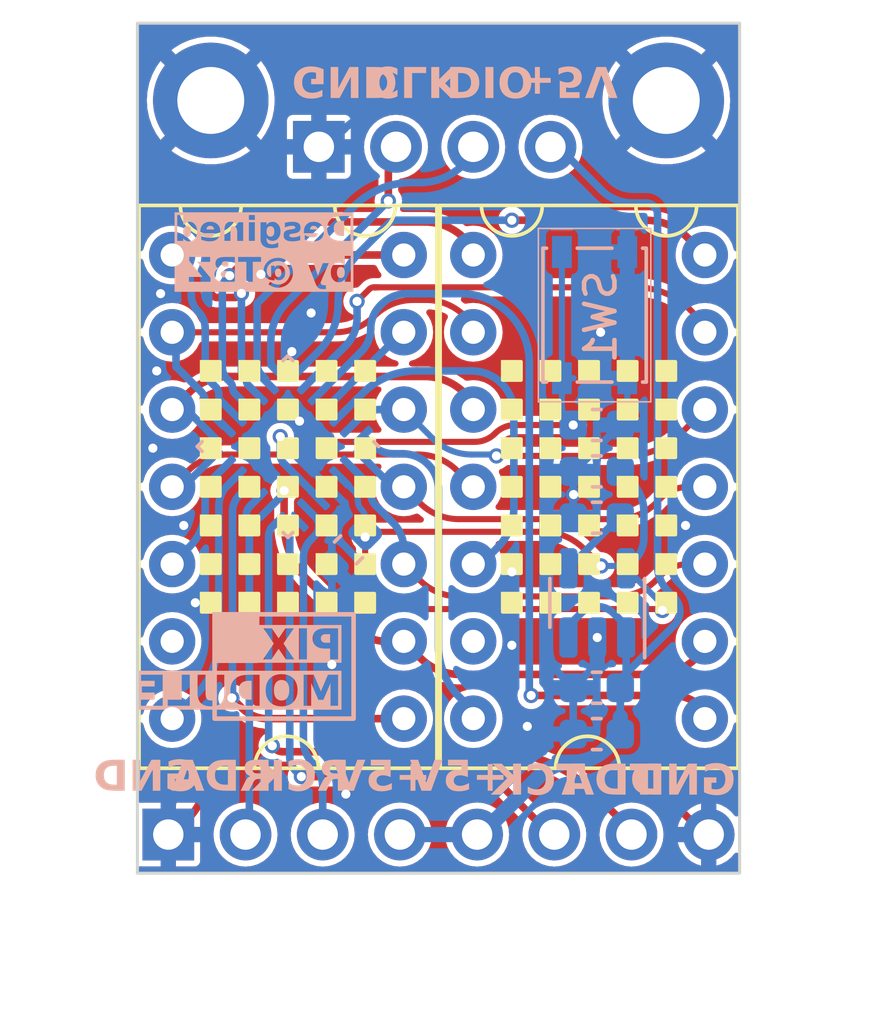
<source format=kicad_pcb>
(kicad_pcb (version 20221018) (generator pcbnew)
  (layers (0 "F.Cu" signal) (31 "B.Cu" signal) (34 "B.Paste" user) (35 "F.Paste" user) (36 "B.SilkS" user "B.Silkscreen") (37 "F.SilkS" user "F.Silkscreen") (38 "B.Mask" user) (39 "F.Mask" user) (44 "Edge.Cuts" user))
  (net 0 "")
  (net 1 "/NRST")
  (net 2 "GND")
  (net 3 "+5V")
  (net 4 "Net-(U5-BP)")
  (net 5 "+3V3")
  (net 6 "/SYS.SWCLK")
  (net 7 "/SYS.SWDIO")
  (net 8 "/receive_sda")
  (net 9 "/receive_clk")
  (net 10 "/transmit_sda")
  (net 11 "/transmit_clk")
  (net 12 "/LTP1.C1")
  (net 13 "/LTP1.C2")
  (net 14 "/R1")
  (net 15 "/R2")
  (net 16 "/R3")
  (net 17 "/R4")
  (net 18 "/LTP1.C3")
  (net 19 "/LTP1.C4")
  (net 20 "/R5")
  (net 21 "/LTP2_POINT")
  (net 22 "/R6")
  (net 23 "/R7")
  (net 24 "/LTP1_POINT")
  (net 25 "/LTP1.C5")
  (net 26 "/LTP2.C1")
  (net 27 "/LTP2.C2")
  (net 28 "/LTP2.C3")
  (net 29 "/LTP2.C4")
  (net 30 "/LTP2.C5")
  (footprint "MountingHole:MountingHole_2.2mm_M2_DIN965_Pad" (layer "F.Cu") (at 160.02 96.52)
    (fp_text reference "H4" hide)
    (fp_text value "MountingHole_Pad")
  )
  (footprint "MountingHole:MountingHole_2.2mm_M2_DIN965_Pad" (layer "F.Cu") (at 175.006 96.52)
    (fp_text reference "H3" hide)
    (fp_text value "MountingHole_Pad")
  )
  (footprint "my_footprint:LTP-305" (layer "F.Cu") (at 162.56 109.22)
    (fp_text reference "U2" hide)
    (fp_text value "~")
  )
  (footprint "my_footprint:LTP-305" (layer "F.Cu") (at 172.466 109.22)
    (fp_text reference "U3" hide)
    (fp_text value "~")
  )
  (footprint "Connector_PinHeader_2.54mm:PinHeader_1x04_P2.54mm_Vertical" (layer "F.Cu") (at 163.576 98.044 90)
    (fp_text reference "J1" hide)
    (fp_text value "Conn_01x04_Pin")
  )
  (footprint "Connector_PinHeader_2.54mm:PinHeader_1x08_P2.54mm_Vertical" (layer "F.Cu") (at 158.623 120.65 90)
    (fp_text reference "J4" hide)
    (fp_text value "Conn_01x08_Pin")
  )
  (footprint "Capacitor_SMD:C_0603_1608Metric" (layer "B.Cu") (at 172.72 117.348 180)
    (fp_text reference "C12" hide)
    (fp_text value "0.1uF")
  )
  (footprint "Package_TO_SOT_SMD:SOT-23-5" (layer "B.Cu") (at 172.736 113.035 90)
    (fp_text reference "U5" hide)
    (fp_text value "RT9193-33GB")
  )
  (footprint "Capacitor_SMD:C_0603_1608Metric" (layer "B.Cu") (at 172.72 108.712)
    (fp_text reference "C14" hide)
    (fp_text value "4.7uF")
  )
  (footprint "my_footprint:KEY-SMD_4P-L4.2-W3.4-P2.15-LS4.5-TL" (layer "B.Cu") (at 172.72 103.632 -90)
    (fp_text reference "SW1")
    (fp_text value "SW_Push")
  )
  (footprint "Package_DFN_QFN:QFN-28_4x4mm_P0.5mm" (layer "B.Cu") (at 162.559534 107.895573 135)
    (fp_text reference "U1" hide)
    (fp_text value "STM32G031G8Ux")
  )
  (footprint "Capacitor_SMD:C_0603_1608Metric" (layer "B.Cu") (at 172.72 110.236 180)
    (fp_text reference "C13" hide)
    (fp_text value "22nF")
  )
  (footprint "Capacitor_SMD:C_0603_1608Metric" (layer "B.Cu") (at 172.72 107.188 180)
    (fp_text reference "C2" hide)
    (fp_text value "C")
  )
  (footprint "Capacitor_SMD:C_0603_1608Metric" (layer "B.Cu") (at 172.72 115.824 180)
    (fp_text reference "C11" hide)
    (fp_text value "4.7uF")
  )
  (footprint "Capacitor_SMD:C_0603_1608Metric" (layer "B.Cu") (at 164.551992 111.292008 -135)
    (fp_text reference "C3" hide)
    (fp_text value "0.1uF")
  )
  (gr_rect (start 160.147 113.411) (end 161.544 114.935) (stroke (width 0.15)) (fill solid) (layer "B.SilkS"))
  (gr_rect (start 160.147 113.411) (end 164.719 116.84) (stroke (width 0.15)) (fill none) (layer "B.SilkS"))
  (gr_rect (start 157.607 93.98) (end 177.419 121.92) (stroke (width 0.1)) (fill none) (layer "Edge.Cuts"))
  (gr_text "CLK" (at 165.227 95.25 180) (layer "B.SilkS") (effects (font (size 1 1) (thickness 0.2) bold) (justify left bottom mirror)))
  (gr_text "+5V" (at 170.18 95.25 180) (layer "B.SilkS") (effects (font (size 1 1) (thickness 0.2) bold) (justify left bottom mirror)))
  (gr_text "+5V" (at 167.259 119.38) (layer "B.SilkS") (effects (font (size 1 1) (thickness 0.2) bold) (justify left bottom mirror)))
  (gr_text "TCK" (at 172.339 119.507) (layer "B.SilkS") (effects (font (size 1 1) (thickness 0.2) bold) (justify left bottom mirror)))
  (gr_text "GND" (at 177.292 119.507) (layer "B.SilkS") (effects (font (size 1 1) (thickness 0.2) bold) (justify left bottom mirror)))
  (gr_text "PIXIE" (at 164.338 115.062) (layer "B.SilkS" knockout) (effects (font (size 1 1) (thickness 0.2) bold) (justify left bottom mirror)))
  (gr_text "+5V" (at 169.799 119.38) (layer "B.SilkS") (effects (font (size 1 1) (thickness 0.2) bold) (justify left bottom mirror)))
  (gr_text "RCK" (at 164.592 119.38) (layer "B.SilkS") (effects (font (size 1 1) (thickness 0.2) bold) (justify left bottom mirror)))
  (gr_text "Desgined\nby @TBZ" (at 164.719 102.616) (layer "B.SilkS" knockout) (effects (font (size 0.8 0.8) (thickness 0.125) bold) (justify left bottom mirror)))
  (gr_text "MODULE" (at 164.338 116.586) (layer "B.SilkS" knockout) (effects (font (size 1 1) (thickness 0.2) bold) (justify left bottom mirror)))
  (gr_text "GND" (at 162.687 95.25 180) (layer "B.SilkS") (effects (font (size 1 1) (thickness 0.2) bold) (justify left bottom mirror)))
  (gr_text "RDA" (at 162.052 119.38) (layer "B.SilkS") (effects (font (size 1 1) (thickness 0.2) bold) (justify left bottom mirror)))
  (gr_text "TDA" (at 174.752 119.507) (layer "B.SilkS") (effects (font (size 1 1) (thickness 0.2) bold) (justify left bottom mirror)))
  (gr_text "DIO" (at 167.767 95.25 180) (layer "B.SilkS") (effects (font (size 1 1) (thickness 0.2) bold) (justify left bottom mirror)))
  (gr_text "GND" (at 159.639 119.38) (layer "B.SilkS") (effects (font (size 1 1) (thickness 0.2) bold) (justify left bottom mirror)))
  (segment (start 170.041632 107.188) (end 171.945002 107.188) (width 0.2) (layer "F.Cu") (net 1))
  (segment (start 162.601329 107.742) (end 168.704157 107.742) (width 0.2) (layer "F.Cu") (net 1))
  (segment (start 162.3925 107.6555) (end 162.306 107.569) (width 0.2) (layer "F.Cu") (net 1))
  (via (at 162.306 107.569) (size 0.5) (drill 0.3) (layers "F.Cu" "B.Cu") (net 1))
  (via (at 171.945002 107.188) (size 0.5) (drill 0.3) (layers "F.Cu" "B.Cu") (net 1))
  (arc (start 162.3925 107.6555) (mid 162.488311 107.719519) (end 162.601329 107.742) (width 0.2) (layer "F.Cu") (net 1))
  (arc (start 170.041632 107.188) (mid 169.679714 107.259989) (end 169.372895 107.465) (width 0.2) (layer "F.Cu") (net 1))
  (arc (start 169.372895 107.465) (mid 169.066075 107.67001) (end 168.704157 107.742) (width 0.2) (layer "F.Cu") (net 1))
  (segment (start 162.433 108.458) (end 162.687 108.712) (width 0.25) (layer "B.Cu") (net 1))
  (segment (start 162.306 108.151394) (end 162.306 107.569) (width 0.25) (layer "B.Cu") (net 1))
  (segment (start 171.759001 107.001999) (end 171.945002 107.188) (width 0.2) (layer "B.Cu") (net 1))
  (segment (start 163.576 109.610073) (end 163.576 109.619146) (width 0.25) (layer "B.Cu") (net 1))
  (segment (start 171.573 105.651) (end 171.573 106.552952) (width 0.2) (layer "B.Cu") (net 1))
  (segment (start 162.687 108.712) (end 163.569584 109.594584) (width 0.25) (layer "B.Cu") (net 1))
  (segment (start 171.573 105.651) (end 171.573 101.501) (width 0.2) (layer "B.Cu") (net 1))
  (segment (start 171.573 105.651) (end 171.958 105.651) (width 0.2) (layer "B.Cu") (net 1))
  (arc (start 162.306 108.151394) (mid 162.339006 108.317328) (end 162.433 108.458) (width 0.25) (layer "B.Cu") (net 1))
  (arc (start 163.569584 109.594584) (mid 163.574332 109.60169) (end 163.576 109.610073) (width 0.25) (layer "B.Cu") (net 1))
  (arc (start 171.573 106.552952) (mid 171.62134 106.795974) (end 171.759001 107.001999) (width 0.2) (layer "B.Cu") (net 1))
  (segment (start 173.489703 112.260296) (end 174.3075 111.4425) (width 0.25) (layer "F.Cu") (net 2))
  (segment (start 172.7835 112.395) (end 170.576407 112.395) (width 0.25) (layer "F.Cu") (net 2))
  (segment (start 172.736 114.1725) (end 170.360458 114.1725) (width 0.25) (layer "F.Cu") (net 2))
  (segment (start 159.131 110.49) (end 159.484 110.843) (width 0.25) (layer "F.Cu") (net 2))
  (segment (start 163.1315 103.505) (end 163.322 103.505) (width 0.25) (layer "F.Cu") (net 2))
  (segment (start 159.837 112.47519) (end 159.837 111.695217) (width 0.25) (layer "F.Cu") (net 2))
  (segment (start 162.941 107.061) (end 162.9075 107.0275) (width 0.25) (layer "F.Cu") (net 2))
  (segment (start 175.4505 110.49) (end 175.641 110.49) (width 0.25) (layer "F.Cu") (net 2))
  (segment (start 170.1165 112.2045) (end 169.926 112.014) (width 0.25) (layer "F.Cu") (net 2))
  (segment (start 174.9425 110.8075) (end 174.3075 111.4425) (width 0.25) (layer "F.Cu") (net 2))
  (segment (start 159.33475 105.092499) (end 159.291343 105.135907) (width 0.25) (layer "F.Cu") (net 2))
  (segment (start 158.115 107.95) (end 158.566125 107.95) (width 0.25) (layer "F.Cu") (net 2))
  (segment (start 171.577 117.094) (end 170.434 117.094) (width 0.25) (layer "F.Cu") (net 2))
  (segment (start 159.837 118.794374) (end 159.837 115.92921) (width 0.25) (layer "F.Cu") (net 2))
  (segment (start 160.70421 115.062) (end 164.003984 115.062) (width 0.25) (layer "F.Cu") (net 2))
  (segment (start 162.806296 103.370296) (end 161.671 102.235) (width 0.25) (layer "F.Cu") (net 2))
  (segment (start 159.143488 119.3195) (end 164.465 119.3195) (width 0.25) (layer "F.Cu") (net 2))
  (segment (start 160.101263 103.505) (end 163.322 103.505) (width 0.25) (layer "F.Cu") (net 2))
  (segment (start 162.687 104.775) (end 160.101263 104.775) (width 0.25) (layer "F.Cu") (net 2))
  (segment (start 159.246442 103.099191) (end 159.334751 103.1875) (width 0.25) (layer "F.Cu") (net 2))
  (segment (start 159.49525 107.471999) (end 159.336244 107.631006) (width 0.25) (layer "F.Cu") (net 2))
  (segment (start 158.75 120.65) (end 158.75 119.712988) (width 0.25) (layer "F.Cu") (net 2))
  (segment (start 169.926 114.427) (end 170.05325 114.29975) (width 0.25) (layer "F.Cu") (net 2))
  (segment (start 158.242 105.41) (end 158.629625 105.41) (width 0.25) (layer "F.Cu") (net 2))
  (segment (start 158.693125 102.87) (end 158.369 102.87) (width 0.25) (layer "F.Cu") (net 2))
  (segment (start 173.1645 112.395) (end 172.7835 112.395) (width 0.25) (layer "F.Cu") (net 2))
  (segment (start 159.6745 112.8675) (end 159.512 113.03) (width 0.25) (layer "F.Cu") (net 2))
  (segment (start 159.2935 120.1065) (end 158.75 120.65) (width 0.25) (layer "F.Cu") (net 2))
  (segment (start 175.125296 110.624703) (end 174.9425 110.8075) (width 0.25) (layer "F.Cu") (net 2))
  (segment (start 173.528223 117.902223) (end 176.276 120.65) (width 0.25) (layer "F.Cu") (net 2))
  (segment (start 160.649245 106.994) (end 162.826623 106.994) (width 0.25) (layer "F.Cu") (net 2))
  (via (at 159.512 113.03) (size 0.5) (drill 0.3) (layers "F.Cu" "B.Cu") (net 2))
  (via (at 170.434 117.094) (size 0.5) (drill 0.3) (layers "F.Cu" "B.Cu") (net 2))
  (via (at 169.926 114.427) (size 0.5) (drill 0.3) (layers "F.Cu" "B.Cu") (net 2))
  (via (at 162.941 107.061) (size 0.5) (drill 0.3) (layers "F.Cu" "B.Cu") (net 2))
  (via (at 163.322 103.505) (size 0.5) (drill 0.3) (layers "F.Cu" "B.Cu") (net 2))
  (via (at 158.242 105.41) (size 0.5) (drill 0.3) (layers "F.Cu" "B.Cu") (net 2))
  (via (at 162.687 104.775) (size 0.5) (drill 0.3) (layers "F.Cu" "B.Cu") (net 2))
  (via (at 161.671 102.235) (size 0.5) (drill 0.3) (layers "F.Cu" "B.Cu") (net 2))
  (via (at 164.003984 115.062) (size 0.5) (drill 0.3) (layers "F.Cu" "B.Cu") (net 2))
  (via (at 158.369 102.87) (size 0.5) (drill 0.3) (layers "F.Cu" "B.Cu") (net 2))
  (via (at 158.115 107.95) (size 0.5) (drill 0.3) (layers "F.Cu" "B.Cu") (net 2))
  (via (at 159.131 110.49) (size 0.5) (drill 0.3) (layers "F.Cu" "B.Cu") (net 2))
  (via (at 175.641 110.49) (size 0.5) (drill 0.3) (layers "F.Cu" "B.Cu") (net 2))
  (via (at 172.847 104.14) (size 0.5) (drill 0.3) (layers "F.Cu" "B.Cu") (net 2))
  (via (at 169.926 112.014) (size 0.5) (drill 0.3) (layers "F.Cu" "B.Cu") (net 2))
  (via (at 164.465 119.3195) (size 0.5) (drill 0.3) (layers "F.Cu" "B.Cu") (net 2))
  (via (at 172.736 114.1725) (size 0.5) (drill 0.3) (layers "F.Cu" "B.Cu") (net 2))
  (via (at 171.958 109.474) (size 0.5) (drill 0.3) (layers "F.Cu" "B.Cu") (net 2))
  (arc (start 159.336244 107.631006) (mid 158.98291 107.867096) (end 158.566125 107.95) (width 0.25) (layer "F.Cu") (net 2))
  (arc (start 159.291343 105.135907) (mid 158.987744 105.338765) (end 158.629625 105.41) (width 0.25) (layer "F.Cu") (net 2))
  (arc (start 159.334751 103.1875) (mid 159.686429 103.422484) (end 160.101263 103.505) (width 0.25) (layer "F.Cu") (net 2))
  (arc (start 159.246442 103.099191) (mid 158.992578 102.929564) (end 158.693125 102.87) (width 0.25) (layer "F.Cu") (net 2))
  (arc (start 173.489703 112.260296) (mid 173.340498 112.359991) (end 173.1645 112.395) (width 0.25) (layer "F.Cu") (net 2))
  (arc (start 159.484 110.843) (mid 159.745258 111.234) (end 159.837 111.695217) (width 0.25) (layer "F.Cu") (net 2))
  (arc (start 159.837 112.47519) (mid 159.794767 112.687506) (end 159.6745 112.8675) (width 0.25) (layer "F.Cu") (net 2))
  (arc (start 162.9075 107.0275) (mid 162.870393 107.002706) (end 162.826623 106.994) (width 0.25) (layer "F.Cu") (net 2))
  (arc (start 162.806296 103.370296) (mid 162.9555 103.469991) (end 163.1315 103.505) (width 0.25) (layer "F.Cu") (net 2))
  (arc (start 170.360458 114.1725) (mid 170.194198 114.205571) (end 170.05325 114.29975) (width 0.25) (layer "F.Cu") (net 2))
  (arc (start 159.837 118.794374) (mid 159.695748 119.504491) (end 159.2935 120.1065) (width 0.25) (layer "F.Cu") (net 2))
  (arc (start 160.70421 115.062) (mid 160.372343 115.128012) (end 160.091 115.316) (width 0.25) (layer "F.Cu") (net 2))
  (arc (start 160.101263 104.775) (mid 159.686429 104.857515) (end 159.33475 105.092499) (width 0.25) (layer "F.Cu") (net 2))
  (arc (start 158.86525 119.43475) (mid 158.779952 119.562406) (end 158.75 119.712988) (width 0.25) (layer "F.Cu") (net 2))
  (arc (start 175.4505 110.49) (mid 175.2745 110.525008) (end 175.125296 110.624703) (width 0.25) (layer "F.Cu") (net 2))
  (arc (start 160.091 115.316) (mid 159.903012 115.597343) (end 159.837 115.92921) (width 0.25) (layer "F.Cu") (net 2))
  (arc (start 160.649245 106.994) (mid 160.024707 107.118227) (end 159.49525 107.471999) (width 0.25) (layer "F.Cu") (net 2))
  (arc (start 159.143488 119.3195) (mid 158.992906 119.349452) (end 158.86525 119.43475) (width 0.25) (layer "F.Cu") (net 2))
  (arc (start 170.1165 112.2045) (mid 170.327507 112.34549) (end 170.576407 112.395) (width 0.25) (layer "F.Cu") (net 2))
  (arc (start 173.528223 117.902223) (mid 172.632994 117.30405) (end 171.577 117.094) (width 0.25) (layer "F.Cu") (net 2))
  (segment (start 171.161 114.485628) (end 171.161 111.574371) (width 0.25) (layer "B.Cu") (net 2))
  (segment (start 173.380999 107.301999) (end 171.980192 108.702807) (width 0.25) (layer "B.Cu") (net 2))
  (segment (start 169.926 114.427) (end 169.926 112.014) (width 0.25) (layer "B.Cu") (net 2))
  (segment (start 169.5925 97.2025) (end 169.607907 97.217907) (width 0.25) (layer "B.Cu") (net 2))
  (segment (start 163.370934 108.706973) (end 163.929553 109.265592) (width 0.25) (layer "B.Cu") (net 2))
  (segment (start 164.003984 117.972633) (end 164.003984 115.062) (width 0.25) (layer "B.Cu") (net 2))
  (segment (start 170.561 117.221) (end 170.434 117.094) (width 0.25) (layer "B.Cu") (net 2))
  (segment (start 164.31583 110.22002) (end 164.154492 110.381359) (width 0.25) (layer "B.Cu") (net 2))
  (segment (start 163.929553 109.265592) (end 164.315831 109.65187) (width 0.25) (layer "B.Cu") (net 2))
  (segment (start 170.18 116.84) (end 170.434 117.094) (width 0.25) (layer "B.Cu") (net 2))
  (segment (start 163.322 103.505) (end 163.322 103.8225) (width 0.25) (layer "B.Cu") (net 2))
  (segment (start 173.723 105.3335) (end 173.723 105.9685) (width 0.2) (layer "B.Cu") (net 2))
  (segment (start 171.958 109.474) (end 171.9515 109.4675) (width 0.25) (layer "B.Cu") (net 2))
  (segment (start 173.3625 101.501) (end 173.723 101.501) (width 0.25) (layer "B.Cu") (net 2))
  (segment (start 164.465 119.039568) (end 164.465 119.3195) (width 0.25) (layer "B.Cu") (net 2))
  (segment (start 164.022503 110.873577) (end 164.022503 110.70001) (width 0.25) (layer "B.Cu") (net 2))
  (segment (start 172.847 104.14) (end 173.498493 104.791493) (width 0.2) (layer "B.Cu") (net 2))
  (segment (start 163.097493 104.364506) (end 162.687 104.775) (width 0.25) (layer "B.Cu") (net 2))
  (segment (start 170.867605 117.348) (end 171.945 117.348) (width 0.25) (layer "B.Cu") (net 2))
  (segment (start 172.336999 115.431999) (end 172.431767 115.337232) (width 0.25) (layer "B.Cu") (net 2))
  (segment (start 173.723 105.9685) (end 173.723 105.3335) (width 0.2) (layer "B.Cu") (net 2))
  (segment (start 168.787359 96.869) (end 165.83585 96.869) (width 0.25) (layer "B.Cu") (net 2))
  (segment (start 164.003984 110.918285) (end 164.003984 115.062) (width 0.25) (layer "B.Cu") (net 2))
  (segment (start 171.958 109.474) (end 171.9515 109.4805) (width 0.25) (layer "B.Cu") (net 2))
  (segment (start 172.736 114.1725) (end 172.736 114.60275) (width 0.25) (layer "B.Cu") (net 2))
  (segment (start 162.941 107.061) (end 162.941 107.669019) (width 0.25) (layer "B.Cu") (net 2))
  (segment (start 171.945 109.8615) (end 171.945 109.496192) (width 0.25) (layer "B.Cu") (net 2))
  (segment (start 164.234492 118.529129) (end 164.267058 118.561695) (width 0.25) (layer "B.Cu") (net 2))
  (segment (start 171.945 116.378371) (end 171.945 117.348) (width 0.25) (layer "B.Cu") (net 2))
  (segment (start 173.723 105.9685) (end 173.723 106.798779) (width 0.2) (layer "B.Cu") (net 2))
  (segment (start 172.747088 101.246088) (end 170.723783 99.222783) (width 0.25) (layer "B.Cu") (net 2))
  (segment (start 164.4175 97.4565) (end 163.83 98.044) (width 0.25) (layer "B.Cu") (net 2))
  (segment (start 171.680188 110.500811) (end 171.553 110.628) (width 0.25) (layer "B.Cu") (net 2))
  (segment (start 170.705515 99.215216) (end 170.244092 98.753793) (width 0.25) (layer "B.Cu") (net 2))
  (segment (start 173.723 105.3335) (end 173.723 101.501) (width 0.2) (layer "B.Cu") (net 2))
  (segment (start 171.945 109.451807) (end 171.945 108.725) (width 0.25) (layer "B.Cu") (net 2))
  (segment (start 169.926 114.427) (end 169.926 116.226789) (width 0.25) (layer "B.Cu") (net 2))
  (segment (start 173.609 107.074) (end 173.380999 107.301999) (width 0.2) (layer "B.Cu") (net 2))
  (arc (start 169.5925 97.2025) (mid 169.223098 96.955673) (end 168.787359 96.869) (width 0.25) (layer "B.Cu") (net 2))
  (arc (start 162.941 107.669019) (mid 163.052736 108.230755) (end 163.370934 108.706973) (width 0.25) (layer "B.Cu") (net 2))
  (arc (start 173.498493 104.791493) (mid 173.664652 105.040168) (end 173.723 105.3335) (width 0.2) (layer "B.Cu") (net 2))
  (arc (start 171.945 109.8615) (mid 171.876177 110.207492) (end 171.680188 110.500811) (width 0.25) (layer "B.Cu") (net 2))
  (arc (start 171.553 115.432) (mid 171.944999 115.594371) (end 172.336999 115.431999) (width 0.25) (layer "B.Cu") (net 2))
  (arc (start 173.723 105.3335) (mid 173.723 105.3335) (end 173.723 105.3335) (width 0.2) (layer "B.Cu") (net 2))
  (arc (start 171.553 110.628) (mid 171.262877 111.062198) (end 171.161 111.574371) (width 0.25) (layer "B.Cu") (net 2))
  (arc (start 171.945 109.451807) (mid 171.946689 109.4603) (end 171.9515 109.4675) (width 0.25) (layer "B.Cu") (net 2))
  (arc (start 164.267058 118.561695) (mid 164.413556 118.780945) (end 164.465 119.039568) (width 0.25) (layer "B.Cu") (net 2))
  (arc (start 170.705515 99.215216) (mid 170.709705 99.218016) (end 170.714649 99.219) (width 0.25) (layer "B.Cu") (net 2))
  (arc (start 169.926 116.226789) (mid 169.992012 116.558656) (end 170.18 116.84) (width 0.25) (layer "B.Cu") (net 2))
  (arc (start 164.003984 117.972633) (mid 164.063891 118.273806) (end 164.234492 118.529129) (width 0.25) (layer "B.Cu") (net 2))
  (arc (start 169.607907 97.217907) (mid 169.84333 97.570242) (end 169.926 97.98585) (width 0.25) (layer "B.Cu") (net 2))
  (arc (start 164.154492 110.381359) (mid 164.056805 110.527557) (end 164.022503 110.70001) (width 0.25) (layer "B.Cu") (net 2))
  (arc (start 172.336999 115.431999) (mid 172.046877 115.866198) (end 171.945 116.378371) (width 0.25) (layer "B.Cu") (net 2))
  (arc (start 163.322 103.8225) (mid 163.263652 104.115831) (end 163.097493 104.364506) (width 0.25) (layer "B.Cu") (net 2))
  (arc (start 170.561 117.221) (mid 170.701671 117.314993) (end 170.867605 117.348) (width 0.25) (layer "B.Cu") (net 2))
  (arc (start 164.433499 109.935945) (mid 164.402917 110.089685) (end 164.31583 110.22002) (width 0.25) (layer "B.Cu") (net 2))
  (arc (start 171.958 108.712) (mid 171.948807 108.715807) (end 171.945 108.725) (width 0.25) (layer "B.Cu") (net 2))
  (arc (start 171.980192 108.702807) (mid 171.97001 108.70961) (end 171.958 108.712) (width 0.25) (layer "B.Cu") (net 2))
  (arc (start 169.926 97.98585) (mid 170.008669 98.401457) (end 170.244092 98.753793) (width 0.25) (layer "B.Cu") (net 2))
  (arc (start 173.723 106.798779) (mid 173.693372 106.947727) (end 173.609 107.074) (width 0.2) (layer "B.Cu") (net 2))
  (arc (start 164.013243 110.895931) (mid 164.00639 110.906187) (end 164.003984 110.918285) (width 0.25) (layer "B.Cu") (net 2))
  (arc (start 172.747088 101.246088) (mid 173.029441 101.43475) (end 173.3625 101.501) (width 0.25) (layer "B.Cu") (net 2))
  (arc (start 165.83585 96.869) (mid 165.068244 97.021686) (end 164.4175 97.4565) (width 0.25) (layer "B.Cu") (net 2))
  (arc (start 170.723783 99.222783) (mid 170.719592 99.219983) (end 170.714649 99.219) (width 0.25) (layer "B.Cu") (net 2))
  (arc (start 164.022503 110.873577) (mid 164.020096 110.885675) (end 164.013243 110.895931) (width 0.25) (layer "B.Cu") (net 2))
  (arc (start 172.736 114.60275) (mid 172.656932 115.000248) (end 172.431767 115.337232) (width 0.25) (layer "B.Cu") (net 2))
  (arc (start 164.315831 109.65187) (mid 164.402918 109.782204) (end 164.433499 109.935945) (width 0.25) (layer "B.Cu") (net 2))
  (arc (start 171.9515 109.4805) (mid 171.946689 109.487699) (end 171.945 109.496192) (width 0.25) (layer "B.Cu") (net 2))
  (arc (start 171.161 114.485628) (mid 171.262877 114.9978) (end 171.553 115.432) (width 0.25) (layer "B.Cu") (net 2))
  (arc (start 171.945 116.378371) (mid 171.843122 115.866198) (end 171.553 115.432) (width 0.25) (layer "B.Cu") (net 2))
  (segment (start 172.870919 99.464919) (end 171.45 98.044) (width 0.25) (layer "B.Cu") (net 3))
  (segment (start 173.495 116.782314) (end 173.495 115.543749) (width 0.25) (layer "B.Cu") (net 3))
  (segment (start 172.129314 118.148) (end 171.361 118.148) (width 0.25) (layer "B.Cu") (net 3))
  (segment (start 173.686 113.980374) (end 173.686 114.364625) (width 0.25) (layer "B.Cu") (net 3))
  (segment (start 174.719501 100.268044) (end 174.719501 111.791958) (width 0.25) (layer "B.Cu") (net 3))
  (segment (start 173.495 116.782314) (end 173.495 115.959057) (width 0.25) (layer "B.Cu") (net 3))
  (segment (start 168.91 120.65) (end 170.83339 118.726609) (width 0.5) (layer "B.Cu") (net 3))
  (segment (start 174.341375 99.889919) (end 173.896959 99.889919) (width 0.25) (layer "B.Cu") (net 3))
  (segment (start 171.921853 113.652395) (end 172.191858 113.38239) (width 0.25) (layer "B.Cu") (net 3))
  (segment (start 175.263462 113.775286) (end 173.495 115.543749) (width 0.25) (layer "B.Cu") (net 3))
  (segment (start 168.91 120.65) (end 166.37 120.65) (width 0.5) (layer "B.Cu") (net 3))
  (segment (start 173.094999 117.747999) (end 173.023609 117.81939) (width 0.5) (layer "B.Cu") (net 3))
  (segment (start 173.550146 113.652395) (end 173.280141 113.38239) (width 0.25) (layer "B.Cu") (net 3))
  (segment (start 175.263462 112.855289) (end 175.08675 112.678577) (width 0.25) (layer "B.Cu") (net 3))
  (segment (start 173.686 115.497942) (end 173.686 114.364625) (width 0.25) (layer "B.Cu") (net 3))
  (segment (start 171.786 113.980374) (end 171.786 114.1725) (width 0.25) (layer "B.Cu") (net 3))
  (arc (start 174.60875 100.000669) (mid 174.486077 99.918701) (end 174.341375 99.889919) (width 0.25) (layer "B.Cu") (net 3))
  (arc (start 173.280141 113.38239) (mid 173.030487 113.215576) (end 172.736 113.157) (width 0.25) (layer "B.Cu") (net 3))
  (arc (start 175.454 113.315288) (mid 175.40448 113.564237) (end 175.263462 113.775286) (width 0.25) (layer "B.Cu") (net 3))
  (arc (start 171.9285 118.273) (mid 171.335831 118.390889) (end 170.83339 118.726609) (width 0.5) (layer "B.Cu") (net 3))
  (arc (start 173.094999 117.747999) (mid 173.391043 117.304939) (end 173.495 116.782314) (width 0.5) (layer "B.Cu") (net 3))
  (arc (start 172.736 113.157) (mid 172.441512 113.215576) (end 172.191858 113.38239) (width 0.25) (layer "B.Cu") (net 3))
  (arc (start 174.719501 111.791958) (mid 174.814945 112.271793) (end 175.08675 112.678577) (width 0.25) (layer "B.Cu") (net 3))
  (arc (start 173.550146 113.652395) (mid 173.650692 113.802873) (end 173.686 113.980374) (width 0.25) (layer "B.Cu") (net 3))
  (arc (start 174.60875 100.000669) (mid 174.690717 100.123342) (end 174.719501 100.268044) (width 0.25) (layer "B.Cu") (net 3))
  (arc (start 173.023609 117.81939) (mid 172.521168 118.15511) (end 171.9285 118.273) (width 0.5) (layer "B.Cu") (net 3))
  (arc (start 171.921853 113.652395) (mid 171.821307 113.802873) (end 171.786 113.980374) (width 0.25) (layer "B.Cu") (net 3))
  (arc (start 172.870919 99.464919) (mid 173.34167 99.779465) (end 173.896959 99.889919) (width 0.25) (layer "B.Cu") (net 3))
  (arc (start 175.263462 112.855289) (mid 175.40448 113.066338) (end 175.454 113.315288) (width 0.25) (layer "B.Cu") (net 3))
  (arc (start 173.495 116.782314) (mid 173.495 116.782314) (end 173.495 116.782314) (width 0.25) (layer "B.Cu") (net 3))
  (arc (start 173.5905 115.7285) (mid 173.519819 115.83428) (end 173.495 115.959057) (width 0.25) (layer "B.Cu") (net 3))
  (arc (start 173.686 115.497942) (mid 173.66118 115.622719) (end 173.5905 115.7285) (width 0.25) (layer "B.Cu") (net 3))
  (arc (start 173.095 117.748) (mid 173.094999 117.747999) (end 173.094999 117.747999) (width 0.25) (layer "B.Cu") (net 3))
  (arc (start 173.495 116.782314) (mid 173.391043 117.304939) (end 173.095 117.748) (width 0.25) (layer "B.Cu") (net 3))
  (arc (start 173.095 117.748) (mid 172.651939 118.044043) (end 172.129314 118.148) (width 0.25) (layer "B.Cu") (net 3))
  (segment (start 173.47125 110.236) (end 173.495 110.236) (width 0.25) (layer "B.Cu") (net 4))
  (segment (start 173.430706 110.252793) (end 171.786 111.8975) (width 0.25) (layer "B.Cu") (net 4))
  (arc (start 173.47125 110.236) (mid 173.449307 110.240364) (end 173.430706 110.252793) (width 0.25) (layer "B.Cu") (net 4))
  (segment (start 172.300009 111.25925) (end 172.861259 111.8205) (width 0.2) (layer "F.Cu") (net 5))
  (segment (start 165.496296 112.388191) (end 165.723052 112.614947) (width 0.2) (layer "F.Cu") (net 5))
  (segment (start 174.800473 113.238) (end 167.227234 113.238) (width 0.2) (layer "F.Cu") (net 5))
  (segment (start 165.1 110.871) (end 165.1865 110.7845) (width 0.2) (layer "F.Cu") (net 5))
  (segment (start 165.1 110.871) (end 165.1 111.431447) (width 0.2) (layer "F.Cu") (net 5))
  (segment (start 170.945031 110.698) (end 165.395329 110.698) (width 0.2) (layer "F.Cu") (net 5))
  (segment (start 174.856 113.261) (end 174.879 113.284) (width 0.2) (layer "F.Cu") (net 5))
  (via (at 165.1 110.871) (size 0.5) (drill 0.3) (layers "F.Cu" "B.Cu") (net 5))
  (via (at 172.861259 111.8205) (size 0.5) (drill 0.3) (layers "F.Cu" "B.Cu") (net 5))
  (via (at 174.879 113.284) (size 0.5) (drill 0.3) (layers "F.Cu" "B.Cu") (net 5))
  (arc (start 174.856 113.261) (mid 174.830524 113.243977) (end 174.800473 113.238) (width 0.2) (layer "F.Cu") (net 5))
  (arc (start 165.1 111.431447) (mid 165.202993 111.949233) (end 165.496296 112.388191) (width 0.2) (layer "F.Cu") (net 5))
  (arc (start 165.723052 112.614947) (mid 166.413176 113.076073) (end 167.227234 113.238) (width 0.2) (layer "F.Cu") (net 5))
  (arc (start 172.300009 111.25925) (mid 171.678339 110.843864) (end 170.945031 110.698) (width 0.2) (layer "F.Cu") (net 5))
  (arc (start 165.395329 110.698) (mid 165.282311 110.72048) (end 165.1865 110.7845) (width 0.2) (layer "F.Cu") (net 5))
  (segment (start 174.27 110.035007) (end 174.27 110.900549) (width 0.25) (layer "B.Cu") (net 5))
  (segment (start 174.810587 113.022087) (end 173.7245 111.936) (width 0.2) (layer "B.Cu") (net 5))
  (segment (start 165.1 110.871) (end 165.1 110.258353) (width 0.2) (layer "B.Cu") (net 5))
  (segment (start 164.731695 109.360627) (end 164.283107 108.912039) (width 0.2) (layer "B.Cu") (net 5))
  (segment (start 173.7245 111.936) (end 173.6475 111.859) (width 0.2) (layer "B.Cu") (net 5))
  (segment (start 173.554552 111.8205) (end 172.861259 111.8205) (width 0.2) (layer "B.Cu") (net 5))
  (segment (start 174.879 113.18725) (end 174.879 113.284) (width 0.2) (layer "B.Cu") (net 5))
  (segment (start 173.7245 111.859) (end 173.978 111.6055) (width 0.25) (layer "B.Cu") (net 5))
  (segment (start 164.858499 109.666758) (end 164.858499 109.675319) (width 0.2) (layer "B.Cu") (net 5))
  (segment (start 173.8825 109.0995) (end 173.495 108.712) (width 0.25) (layer "B.Cu") (net 5))
  (arc (start 173.6475 111.859) (mid 173.604855 111.830505) (end 173.554552 111.8205) (width 0.2) (layer "B.Cu") (net 5))
  (arc (start 174.810587 113.022087) (mid 174.86122 113.097864) (end 174.879 113.18725) (width 0.2) (layer "B.Cu") (net 5))
  (arc (start 173.8825 109.0995) (mid 174.169292 109.528714) (end 174.27 110.035007) (width 0.25) (layer "B.Cu") (net 5))
  (arc (start 164.731695 109.360627) (mid 164.825543 109.501081) (end 164.858499 109.666758) (width 0.2) (layer "B.Cu") (net 5))
  (arc (start 173.7245 111.859) (mid 173.708552 111.8975) (end 173.7245 111.936) (width 0.25) (layer "B.Cu") (net 5))
  (arc (start 164.979249 109.966836) (mid 165.068617 110.100585) (end 165.1 110.258353) (width 0.2) (layer "B.Cu") (net 5))
  (arc (start 164.858499 109.675319) (mid 164.88988 109.833087) (end 164.979249 109.966836) (width 0.2) (layer "B.Cu") (net 5))
  (arc (start 174.27 110.900549) (mid 174.194111 111.282065) (end 173.978 111.6055) (width 0.25) (layer "B.Cu") (net 5))
  (arc (start 173.6475 111.859) (mid 173.686 111.874947) (end 173.7245 111.859) (width 0.2) (layer "B.Cu") (net 5))
  (segment (start 166.116 98.298) (end 166.37 98.044) (width 0.25) (layer "F.Cu") (net 6))
  (segment (start 165.862 98.91121) (end 165.862 99.822) (width 0.25) (layer "F.Cu") (net 6))
  (via (at 165.862 99.822) (size 0.5) (drill 0.3) (layers "F.Cu" "B.Cu") (net 6))
  (arc (start 166.116 98.298) (mid 165.928012 98.579343) (end 165.862 98.91121) (width 0.25) (layer "F.Cu") (net 6))
  (segment (start 165.862 99.822) (end 162.535326 103.148673) (width 0.25) (layer "B.Cu") (net 6))
  (segment (start 161.996565 104.449359) (end 161.996565 105.061955) (width 0.25) (layer "B.Cu") (net 6))
  (segment (start 162.102156 105.316875) (end 162.207748 105.422467) (width 0.25) (layer "B.Cu") (net 6))
  (arc (start 161.996565 105.061955) (mid 162.024007 105.199916) (end 162.102156 105.316875) (width 0.25) (layer "B.Cu") (net 6))
  (arc (start 162.535326 103.148673) (mid 162.136584 103.745432) (end 161.996565 104.449359) (width 0.25) (layer "B.Cu") (net 6))
  (segment (start 161.564092 103.174076) (end 164.735754 100.002414) (width 0.25) (layer "B.Cu") (net 7))
  (segment (start 161.546565 105.200482) (end 161.546565 103.255378) (width 0.25) (layer "B.Cu") (net 7))
  (segment (start 168.3225 98.6315) (end 168.91 98.044) (width 0.25) (layer "B.Cu") (net 7))
  (segment (start 166.904149 99.219) (end 166.627084 99.219) (width 0.25) (layer "B.Cu") (net 7))
  (segment (start 161.686006 105.537123) (end 161.825447 105.676564) (width 0.25) (layer "B.Cu") (net 7))
  (segment (start 161.544 103.249186) (end 161.544 103.222584) (width 0.25) (layer "B.Cu") (net 7))
  (arc (start 161.564092 103.174076) (mid 161.549221 103.196331) (end 161.544 103.222584) (width 0.25) (layer "B.Cu") (net 7))
  (arc (start 161.545282 103.252282) (mid 161.546231 103.253702) (end 161.546565 103.255378) (width 0.25) (layer "B.Cu") (net 7))
  (arc (start 161.544 103.249186) (mid 161.544333 103.250861) (end 161.545282 103.252282) (width 0.25) (layer "B.Cu") (net 7))
  (arc (start 161.546565 105.200482) (mid 161.582804 105.38267) (end 161.686006 105.537123) (width 0.25) (layer "B.Cu") (net 7))
  (arc (start 168.3225 98.6315) (mid 167.671755 99.066313) (end 166.904149 99.219) (width 0.25) (layer "B.Cu") (net 7))
  (arc (start 166.627084 99.219) (mid 165.603503 99.422602) (end 164.735754 100.002414) (width 0.25) (layer "B.Cu") (net 7))
  (segment (start 161.29 110.541387) (end 161.29 120.65) (width 0.25) (layer "B.Cu") (net 8))
  (segment (start 161.322076 109.840137) (end 161.543068 109.619146) (width 0.25) (layer "B.Cu") (net 8))
  (segment (start 161.185503 110.169855) (end 161.185503 110.289109) (width 0.25) (layer "B.Cu") (net 8))
  (arc (start 161.185503 110.289109) (mid 161.199081 110.357375) (end 161.237751 110.415248) (width 0.25) (layer "B.Cu") (net 8))
  (arc (start 161.322076 109.840137) (mid 161.220997 109.991413) (end 161.185503 110.169855) (width 0.25) (layer "B.Cu") (net 8))
  (arc (start 161.237751 110.415248) (mid 161.27642 110.473121) (end 161.29 110.541387) (width 0.25) (layer "B.Cu") (net 8))
  (segment (start 163.439631 110.189883) (end 163.222447 109.972699) (width 0.25) (layer "B.Cu") (net 9))
  (segment (start 163.703 119.082339) (end 163.703 120.65) (width 0.25) (layer "B.Cu") (net 9))
  (segment (start 163.3205 110.952983) (end 163.439631 110.833853) (width 0.25) (layer "B.Cu") (net 9))
  (segment (start 163.068 111.562575) (end 163.068 117.549314) (width 0.25) (layer "B.Cu") (net 9))
  (arc (start 163.3855 118.315827) (mid 163.620484 118.667505) (end 163.703 119.082339) (width 0.25) (layer "B.Cu") (net 9))
  (arc (start 163.573002 110.511868) (mid 163.53834 110.686125) (end 163.439631 110.833853) (width 0.25) (layer "B.Cu") (net 9))
  (arc (start 163.068 117.549314) (mid 163.150515 117.964147) (end 163.3855 118.315827) (width 0.25) (layer "B.Cu") (net 9))
  (arc (start 163.439631 110.189883) (mid 163.53834 110.337611) (end 163.573002 110.511868) (width 0.25) (layer "B.Cu") (net 9))
  (arc (start 163.3205 110.952983) (mid 163.133622 111.232666) (end 163.068 111.562575) (width 0.25) (layer "B.Cu") (net 9))
  (segment (start 162.382006 117.927) (end 169.341548 117.927) (width 0.25) (layer "F.Cu") (net 10))
  (segment (start 172.6285 119.2885) (end 173.99 120.65) (width 0.25) (layer "F.Cu") (net 10))
  (segment (start 162.043999 117.729) (end 162.142999 117.828) (width 0.25) (layer "F.Cu") (net 10))
  (via (at 162.043999 117.729) (size 0.5) (drill 0.3) (layers "F.Cu" "B.Cu") (net 10))
  (arc (start 162.142999 117.828) (mid 162.252656 117.90127) (end 162.382006 117.927) (width 0.25) (layer "F.Cu") (net 10))
  (arc (start 172.6285 119.2885) (mid 171.120433 118.280842) (end 169.341548 117.927) (width 0.25) (layer "F.Cu") (net 10))
  (segment (start 162.066374 110.510053) (end 162.207748 110.368679) (width 0.25) (layer "B.Cu") (net 10))
  (segment (start 161.925 117.525856) (end 161.925 110.85136) (width 0.25) (layer "B.Cu") (net 10))
  (segment (start 162.043999 117.729) (end 161.984499 117.6695) (width 0.25) (layer "B.Cu") (net 10))
  (arc (start 162.066374 110.510053) (mid 161.961741 110.666645) (end 161.925 110.85136) (width 0.25) (layer "B.Cu") (net 10))
  (arc (start 161.925 117.525856) (mid 161.940463 117.603595) (end 161.984499 117.6695) (width 0.25) (layer "B.Cu") (net 10))
  (segment (start 168.3385 118.745) (end 163.0015 118.745) (width 0.25) (layer "F.Cu") (net 11))
  (segment (start 168.9735 118.745) (end 168.3385 118.745) (width 0.25) (layer "F.Cu") (net 11))
  (segment (start 169.515506 118.969506) (end 171.196 120.65) (width 0.25) (layer "F.Cu") (net 11))
  (via (at 163.0015 118.745) (size 0.5) (drill 0.3) (layers "F.Cu" "B.Cu") (net 11))
  (arc (start 169.515506 118.969506) (mid 169.266831 118.803347) (end 168.9735 118.745) (width 0.25) (layer "F.Cu") (net 11))
  (segment (start 162.809999 118.553499) (end 163.0015 118.745) (width 0.25) (layer "B.Cu") (net 11))
  (segment (start 162.618499 118.091176) (end 162.618499 110.868555) (width 0.25) (layer "B.Cu") (net 11))
  (segment (start 162.764909 110.515089) (end 162.91132 110.368679) (width 0.25) (layer "B.Cu") (net 11))
  (arc (start 162.618499 118.091176) (mid 162.668268 118.341383) (end 162.809999 118.553499) (width 0.25) (layer "B.Cu") (net 11))
  (arc (start 162.764909 110.515089) (mid 162.656549 110.67726) (end 162.618499 110.868555) (width 0.25) (layer "B.Cu") (net 11))
  (segment (start 159.317592 111.192407) (end 158.75 111.76) (width 0.25) (layer "B.Cu") (net 12))
  (segment (start 160.159704 108.88119) (end 160.482408 108.558486) (width 0.25) (layer "B.Cu") (net 12))
  (segment (start 159.837 109.660266) (end 159.837 109.938447) (width 0.25) (layer "B.Cu") (net 12))
  (arc (start 159.837 109.938447) (mid 159.70201 110.617085) (end 159.317592 111.192407) (width 0.25) (layer "B.Cu") (net 12))
  (arc (start 160.159704 108.88119) (mid 159.920868 109.238633) (end 159.837 109.660266) (width 0.25) (layer "B.Cu") (net 12))
  (segment (start 159.837 104.015018) (end 159.837 105.275154) (width 0.25) (layer "B.Cu") (net 13))
  (segment (start 160.339463 106.382609) (end 160.44439 106.487536) (width 0.25) (layer "B.Cu") (net 13))
  (segment (start 160.44439 106.487536) (end 160.835961 106.879107) (width 0.25) (layer "B.Cu") (net 13))
  (segment (start 159.063499 101.913499) (end 158.75 101.6) (width 0.25) (layer "B.Cu") (net 13))
  (segment (start 160.287 106.255951) (end 160.287 106.186749) (width 0.25) (layer "B.Cu") (net 13))
  (segment (start 159.376999 102.670354) (end 159.376999 102.904478) (width 0.25) (layer "B.Cu") (net 13))
  (segment (start 160.185603 105.941956) (end 160.062 105.818353) (width 0.25) (layer "B.Cu") (net 13))
  (arc (start 159.837 105.275154) (mid 159.895475 105.569131) (end 160.062 105.818353) (width 0.25) (layer "B.Cu") (net 13))
  (arc (start 159.376999 102.904478) (mid 159.436774 103.204988) (end 159.606999 103.459748) (width 0.25) (layer "B.Cu") (net 13))
  (arc (start 159.606999 103.459748) (mid 159.777224 103.714508) (end 159.837 104.015018) (width 0.25) (layer "B.Cu") (net 13))
  (arc (start 160.185603 105.941956) (mid 160.260647 106.054268) (end 160.287 106.186749) (width 0.25) (layer "B.Cu") (net 13))
  (arc (start 159.063499 101.913499) (mid 159.295523 102.260747) (end 159.376999 102.670354) (width 0.25) (layer "B.Cu") (net 13))
  (arc (start 160.287 106.255951) (mid 160.300634 106.324498) (end 160.339463 106.382609) (width 0.25) (layer "B.Cu") (net 13))
  (segment (start 164.117157 104.14) (end 158.75 104.14) (width 0.2) (layer "F.Cu") (net 14))
  (segment (start 166.681052 103.078) (end 167.097052 103.078) (width 0.2) (layer "F.Cu") (net 14))
  (segment (start 168.379 103.609) (end 168.91 104.14) (width 0.2) (layer "F.Cu") (net 14))
  (arc (start 165.399105 103.609) (mid 164.810942 104.001997) (end 164.117157 104.14) (width 0.2) (layer "F.Cu") (net 14))
  (arc (start 168.379 103.609) (mid 167.790837 103.216002) (end 167.097052 103.078) (width 0.2) (layer "F.Cu") (net 14))
  (arc (start 166.681052 103.078) (mid 165.987267 103.216002) (end 165.399105 103.609) (width 0.2) (layer "F.Cu") (net 14))
  (segment (start 158.877 105.276374) (end 158.877 104.356802) (width 0.25) (layer "B.Cu") (net 14))
  (segment (start 158.8135 104.2035) (end 158.75 104.14) (width 0.25) (layer "B.Cu") (net 14))
  (segment (start 160.432667 107.219667) (end 159.976388 106.763388) (width 0.25) (layer "B.Cu") (net 14))
  (segment (start 160.464034 107.23266) (end 160.482408 107.23266) (width 0.25) (layer "B.Cu") (net 14))
  (segment (start 159.697611 106.09036) (end 158.894935 105.287684) (width 0.25) (layer "B.Cu") (net 14))
  (arc (start 159.837 106.426874) (mid 159.873225 106.608994) (end 159.976388 106.763388) (width 0.25) (layer "B.Cu") (net 14))
  (arc (start 160.432667 107.219667) (mid 160.447058 107.229283) (end 160.464034 107.23266) (width 0.25) (layer "B.Cu") (net 14))
  (arc (start 158.894935 105.287684) (mid 158.889746 105.284217) (end 158.883625 105.283) (width 0.25) (layer "B.Cu") (net 14))
  (arc (start 158.8135 104.2035) (mid 158.860496 104.273835) (end 158.877 104.356802) (width 0.25) (layer "B.Cu") (net 14))
  (arc (start 159.697611 106.09036) (mid 159.800773 106.244754) (end 159.837 106.426874) (width 0.25) (layer "B.Cu") (net 14))
  (arc (start 158.877 105.276374) (mid 158.87894 105.281059) (end 158.883625 105.283) (width 0.25) (layer "B.Cu") (net 14))
  (segment (start 175.514 107.442) (end 176.276 106.68) (width 0.2) (layer "F.Cu") (net 15))
  (segment (start 169.418 108.204) (end 173.674369 108.204) (width 0.2) (layer "F.Cu") (net 15))
  (via (at 169.418 108.204) (size 0.5) (drill 0.3) (layers "F.Cu" "B.Cu") (net 15))
  (arc (start 175.514 107.442) (mid 174.66997 108.005962) (end 173.674369 108.204) (width 0.2) (layer "F.Cu") (net 15))
  (segment (start 168.61 108.158) (end 169.339473 108.158) (width 0.2) (layer "B.Cu") (net 15))
  (segment (start 166.37 106.68) (end 165.580109 106.68) (width 0.25) (layer "B.Cu") (net 15))
  (segment (start 169.418 108.204) (end 169.395 108.181) (width 0.2) (layer "B.Cu") (net 15))
  (segment (start 166.37 106.68) (end 167.309184 107.619184) (width 0.2) (layer "B.Cu") (net 15))
  (segment (start 164.91299 106.95633) (end 164.63666 107.23266) (width 0.25) (layer "B.Cu") (net 15))
  (arc (start 165.580109 106.68) (mid 165.219066 106.751815) (end 164.91299 106.95633) (width 0.25) (layer "B.Cu") (net 15))
  (arc (start 167.309184 107.619184) (mid 167.906003 108.017966) (end 168.61 108.158) (width 0.2) (layer "B.Cu") (net 15))
  (arc (start 169.395 108.181) (mid 169.369524 108.163977) (end 169.339473 108.158) (width 0.2) (layer "B.Cu") (net 15))
  (segment (start 159.2935 106.1365) (end 158.75 106.68) (width 0.25) (layer "F.Cu") (net 16))
  (segment (start 160.605625 105.593) (end 167.054374 105.593) (width 0.25) (layer "F.Cu") (net 16))
  (segment (start 168.3665 106.1365) (end 168.91 106.68) (width 0.25) (layer "F.Cu") (net 16))
  (arc (start 160.605625 105.593) (mid 159.895508 105.734251) (end 159.2935 106.1365) (width 0.25) (layer "F.Cu") (net 16))
  (arc (start 168.3665 106.1365) (mid 167.764491 105.734251) (end 167.054374 105.593) (width 0.25) (layer "F.Cu") (net 16))
  (segment (start 159.389744 106.847103) (end 160.086428 107.543787) (width 0.25) (layer "B.Cu") (net 16))
  (segment (start 158.98632 106.68) (end 158.75 106.68) (width 0.25) (layer "B.Cu") (net 16))
  (arc (start 159.389744 106.847103) (mid 159.204651 106.723428) (end 158.98632 106.68) (width 0.25) (layer "B.Cu") (net 16))
  (segment (start 168.125 108.689) (end 168.656 109.22) (width 0.2) (layer "F.Cu") (net 17))
  (segment (start 159.281 108.689) (end 158.75 109.22) (width 0.2) (layer "F.Cu") (net 17))
  (segment (start 166.843052 108.158) (end 160.562947 108.158) (width 0.2) (layer "F.Cu") (net 17))
  (arc (start 160.562947 108.158) (mid 159.869162 108.296002) (end 159.281 108.689) (width 0.2) (layer "F.Cu") (net 17))
  (arc (start 168.125 108.689) (mid 167.536837 108.296002) (end 166.843052 108.158) (width 0.2) (layer "F.Cu") (net 17))
  (segment (start 159.242405 109.091381) (end 160.086428 108.247359) (width 0.25) (layer "B.Cu") (net 17))
  (segment (start 158.931893 109.22) (end 158.75 109.22) (width 0.25) (layer "B.Cu") (net 17))
  (arc (start 159.242405 109.091381) (mid 159.099941 109.186573) (end 158.931893 109.22) (width 0.25) (layer "B.Cu") (net 17))
  (segment (start 160.7155 116.159001) (end 161.055999 116.4995) (width 0.25) (layer "F.Cu") (net 18))
  (segment (start 161.878038 116.84) (end 166.37 116.84) (width 0.25) (layer "F.Cu") (net 18))
  (via (at 160.7155 116.159001) (size 0.5) (drill 0.3) (layers "F.Cu" "B.Cu") (net 18))
  (arc (start 161.055999 116.4995) (mid 161.433153 116.751506) (end 161.878038 116.84) (width 0.25) (layer "F.Cu") (net 18))
  (segment (start 160.962758 109.492348) (end 161.189515 109.265592) (width 0.25) (layer "B.Cu") (net 18))
  (segment (start 160.725751 116.14875) (end 160.7155 116.159001) (width 0.25) (layer "B.Cu") (net 18))
  (segment (start 160.736002 110.039787) (end 160.736002 116.124001) (width 0.25) (layer "B.Cu") (net 18))
  (arc (start 160.962758 109.492348) (mid 160.794933 109.743515) (end 160.736002 110.039787) (width 0.25) (layer "B.Cu") (net 18))
  (arc (start 160.736002 116.124001) (mid 160.733337 116.137395) (end 160.725751 116.14875) (width 0.25) (layer "B.Cu") (net 18))
  (segment (start 161.802574 101.6) (end 166.37 101.6) (width 0.25) (layer "F.Cu") (net 19))
  (segment (start 160.643531 102.278952) (end 160.983007 101.939476) (width 0.25) (layer "F.Cu") (net 19))
  (via (at 160.643531 102.278952) (size 0.5) (drill 0.3) (layers "F.Cu" "B.Cu") (net 19))
  (arc (start 161.802574 101.6) (mid 161.359027 101.688226) (end 160.983007 101.939476) (width 0.25) (layer "F.Cu") (net 19))
  (segment (start 160.813396 106.149435) (end 161.189515 106.525554) (width 0.25) (layer "B.Cu") (net 19))
  (segment (start 160.660603 105.78056) (end 160.569 105.688957) (width 0.25) (layer "B.Cu") (net 19))
  (segment (start 160.522265 102.400217) (end 160.643531 102.278952) (width 0.25) (layer "B.Cu") (net 19))
  (segment (start 160.401 102.692978) (end 160.401 105.283369) (width 0.25) (layer "B.Cu") (net 19))
  (arc (start 160.401 105.283369) (mid 160.444661 105.502871) (end 160.569 105.688957) (width 0.25) (layer "B.Cu") (net 19))
  (arc (start 160.522265 102.400217) (mid 160.432515 102.534537) (end 160.401 102.692978) (width 0.25) (layer "B.Cu") (net 19))
  (arc (start 160.737 105.964998) (mid 160.756854 106.064814) (end 160.813396 106.149435) (width 0.25) (layer "B.Cu") (net 19))
  (arc (start 160.660603 105.78056) (mid 160.717145 105.865181) (end 160.737 105.964998) (width 0.25) (layer "B.Cu") (net 19))
  (segment (start 175.737185 109.22) (end 176.276 109.22) (width 0.2) (layer "F.Cu") (net 20))
  (segment (start 174.81737 109.600999) (end 174.66737 109.751) (width 0.2) (layer "F.Cu") (net 20))
  (segment (start 168.182947 110.282) (end 173.385422 110.282) (width 0.2) (layer "F.Cu") (net 20))
  (segment (start 166.901 109.751) (end 166.37 109.22) (width 0.2) (layer "F.Cu") (net 20))
  (arc (start 166.901 109.751) (mid 167.489162 110.143997) (end 168.182947 110.282) (width 0.2) (layer "F.Cu") (net 20))
  (arc (start 175.737185 109.22) (mid 175.239384 109.319018) (end 174.81737 109.600999) (width 0.2) (layer "F.Cu") (net 20))
  (arc (start 174.66737 109.751) (mid 174.079207 110.143997) (end 173.385422 110.282) (width 0.2) (layer "F.Cu") (net 20))
  (segment (start 166.18764 109.22) (end 166.37 109.22) (width 0.25) (layer "B.Cu") (net 20))
  (segment (start 165.876333 109.091052) (end 165.03264 108.247359) (width 0.25) (layer "B.Cu") (net 20))
  (arc (start 165.876333 109.091052) (mid 166.019162 109.186487) (end 166.18764 109.22) (width 0.25) (layer "B.Cu") (net 20))
  (segment (start 166.038489 108.133) (end 166.330403 108.133) (width 0.25) (layer "B.Cu") (net 21))
  (segment (start 167.513 109.315596) (end 167.513 114.455171) (width 0.25) (layer "B.Cu") (net 21))
  (segment (start 165.327246 107.838393) (end 165.03264 107.543787) (width 0.25) (layer "B.Cu") (net 21))
  (segment (start 168.2115 116.1415) (end 168.91 116.84) (width 0.25) (layer "B.Cu") (net 21))
  (arc (start 165.327246 107.838393) (mid 165.653567 108.056434) (end 166.038489 108.133) (width 0.25) (layer "B.Cu") (net 21))
  (arc (start 167.166625 108.479374) (mid 167.42298 108.863036) (end 167.513 109.315596) (width 0.25) (layer "B.Cu") (net 21))
  (arc (start 167.166625 108.479374) (mid 166.782963 108.223019) (end 166.330403 108.133) (width 0.25) (layer "B.Cu") (net 21))
  (arc (start 167.513 114.455171) (mid 167.694534 115.367805) (end 168.2115 116.1415) (width 0.25) (layer "B.Cu") (net 21))
  (segment (start 174.81737 112.140999) (end 174.66737 112.291) (width 0.2) (layer "F.Cu") (net 22))
  (segment (start 175.737185 111.76) (end 176.276 111.76) (width 0.2) (layer "F.Cu") (net 22))
  (segment (start 166.901 112.291) (end 166.37 111.76) (width 0.2) (layer "F.Cu") (net 22))
  (segment (start 168.182947 112.822) (end 173.385422 112.822) (width 0.2) (layer "F.Cu") (net 22))
  (arc (start 175.737185 111.76) (mid 175.239384 111.859018) (end 174.81737 112.140999) (width 0.2) (layer "F.Cu") (net 22))
  (arc (start 166.901 112.291) (mid 167.489162 112.683997) (end 168.182947 112.822) (width 0.2) (layer "F.Cu") (net 22))
  (arc (start 174.66737 112.291) (mid 174.079207 112.683997) (end 173.385422 112.822) (width 0.2) (layer "F.Cu") (net 22))
  (segment (start 166.37 111.258625) (end 166.37 111.76) (width 0.25) (layer "B.Cu") (net 22))
  (segment (start 166.015474 110.402725) (end 165.447552 109.834803) (width 0.25) (layer "B.Cu") (net 22))
  (segment (start 165.118447 109.040273) (end 164.63666 108.558486) (width 0.25) (layer "B.Cu") (net 22))
  (arc (start 165.118447 109.040273) (mid 165.240234 109.222539) (end 165.283 109.437538) (width 0.25) (layer "B.Cu") (net 22))
  (arc (start 165.283 109.437538) (mid 165.325765 109.652536) (end 165.447552 109.834803) (width 0.25) (layer "B.Cu") (net 22))
  (arc (start 166.015474 110.402725) (mid 166.277861 110.795415) (end 166.37 111.258625) (width 0.25) (layer "B.Cu") (net 22))
  (segment (start 168.225625 115.387) (end 174.674374 115.387) (width 0.25) (layer "F.Cu") (net 23))
  (segment (start 166.9135 114.8435) (end 166.37 114.3) (width 0.25) (layer "F.Cu") (net 23))
  (segment (start 162.433 110.4265) (end 162.433 109.347) (width 0.25) (layer "F.Cu") (net 23))
  (segment (start 175.9865 114.8435) (end 176.53 114.3) (width 0.25) (layer "F.Cu") (net 23))
  (segment (start 164.822888 113.895888) (end 163.196321 112.269321) (width 0.25) (layer "F.Cu") (net 23))
  (segment (start 165.7985 114.3) (end 166.37 114.3) (width 0.25) (layer "F.Cu") (net 23))
  (via (at 162.433 109.347) (size 0.5) (drill 0.3) (layers "F.Cu" "B.Cu") (net 23))
  (arc (start 162.433 110.4265) (mid 162.63138 111.423827) (end 163.196321 112.269321) (width 0.25) (layer "F.Cu") (net 23))
  (arc (start 175.9865 114.8435) (mid 175.384491 115.245748) (end 174.674374 115.387) (width 0.25) (layer "F.Cu") (net 23))
  (arc (start 166.9135 114.8435) (mid 167.515508 115.245748) (end 168.225625 115.387) (width 0.25) (layer "F.Cu") (net 23))
  (arc (start 164.822888 113.895888) (mid 165.270502 114.194974) (end 165.7985 114.3) (width 0.25) (layer "F.Cu") (net 23))
  (segment (start 162.433 109.39166) (end 162.433 109.347) (width 0.25) (layer "B.Cu") (net 23))
  (segment (start 162.40142 109.467899) (end 161.896621 109.972699) (width 0.25) (layer "B.Cu") (net 23))
  (arc (start 162.433 109.39166) (mid 162.424792 109.43292) (end 162.40142 109.467899) (width 0.25) (layer "B.Cu") (net 23))
  (segment (start 160.286501 109.850025) (end 160.286501 114.217028) (width 0.25) (layer "B.Cu") (net 24))
  (segment (start 159.51825 116.071749) (end 158.75 116.84) (width 0.25) (layer "B.Cu") (net 24))
  (segment (start 160.561231 109.186769) (end 160.835961 108.912039) (width 0.25) (layer "B.Cu") (net 24))
  (arc (start 160.286501 114.217028) (mid 160.086839 115.220796) (end 159.51825 116.071749) (width 0.25) (layer "B.Cu") (net 24))
  (arc (start 160.561231 109.186769) (mid 160.357901 109.491073) (end 160.286501 109.850025) (width 0.25) (layer "B.Cu") (net 24))
  (segment (start 166.342553 104.14) (end 166.37 104.14) (width 0.25) (layer "B.Cu") (net 25))
  (segment (start 166.295699 104.159407) (end 163.929553 106.525554) (width 0.25) (layer "B.Cu") (net 25))
  (arc (start 166.342553 104.14) (mid 166.317196 104.145043) (end 166.295699 104.159407) (width 0.25) (layer "B.Cu") (net 25))
  (segment (start 169.45125 111.21875) (end 168.91 111.76) (width 0.25) (layer "B.Cu") (net 26))
  (segment (start 165.01766 106.144553) (end 164.283107 106.879107) (width 0.25) (layer "B.Cu") (net 26))
  (segment (start 169.9925 109.912056) (end 169.9925 106.801717) (width 0.25) (layer "B.Cu") (net 26))
  (segment (start 168.600782 105.41) (end 166.791029 105.41) (width 0.25) (layer "B.Cu") (net 26))
  (arc (start 169.9925 109.912056) (mid 169.851833 110.619233) (end 169.45125 111.21875) (width 0.25) (layer "B.Cu") (net 26))
  (arc (start 169.584875 105.817624) (mid 169.886561 106.269129) (end 169.9925 106.801717) (width 0.25) (layer "B.Cu") (net 26))
  (arc (start 166.791029 105.41) (mid 165.831288 105.600904) (end 165.01766 106.144553) (width 0.25) (layer "B.Cu") (net 26))
  (arc (start 169.584875 105.817624) (mid 169.133369 105.515938) (end 168.600782 105.41) (width 0.25) (layer "B.Cu") (net 26))
  (segment (start 160.753999 101.246999) (end 160.334308 101.666691) (width 0.25) (layer "F.Cu") (net 27))
  (segment (start 168.3665 101.0565) (end 168.91 101.6) (width 0.25) (layer "F.Cu") (net 27))
  (segment (start 160.236802 102.997) (end 160.799698 102.997) (width 0.25) (layer "F.Cu") (net 27))
  (segment (start 160.961695 102.929898) (end 161.028797 102.862797) (width 0.25) (layer "F.Cu") (net 27))
  (segment (start 167.054374 100.513) (end 162.526032 100.513) (width 0.25) (layer "F.Cu") (net 27))
  (segment (start 160.02 102.4255) (end 160.02 102.780197) (width 0.25) (layer "F.Cu") (net 27))
  (via (at 161.028797 102.862797) (size 0.5) (drill 0.3) (layers "F.Cu" "B.Cu") (net 27))
  (arc (start 160.02 102.780197) (mid 160.036503 102.863164) (end 160.0835 102.9335) (width 0.25) (layer "F.Cu") (net 27))
  (arc (start 162.526032 100.513) (mid 161.567015 100.70376) (end 160.753999 101.246999) (width 0.25) (layer "F.Cu") (net 27))
  (arc (start 160.334308 101.666691) (mid 160.101685 102.014835) (end 160.02 102.4255) (width 0.25) (layer "F.Cu") (net 27))
  (arc (start 160.0835 102.9335) (mid 160.153835 102.980496) (end 160.236802 102.997) (width 0.25) (layer "F.Cu") (net 27))
  (arc (start 168.3665 101.0565) (mid 167.764491 100.654251) (end 167.054374 100.513) (width 0.25) (layer "F.Cu") (net 27))
  (arc (start 160.961695 102.929898) (mid 160.88737 102.97956) (end 160.799698 102.997) (width 0.25) (layer "F.Cu") (net 27))
  (segment (start 161.107898 105.591459) (end 161.185852 105.669413) (width 0.25) (layer "B.Cu") (net 27))
  (segment (start 161.25001 105.878942) (end 161.543068 106.172) (width 0.25) (layer "B.Cu") (net 27))
  (segment (start 161.028797 105.400491) (end 161.028797 102.862797) (width 0.25) (layer "B.Cu") (net 27))
  (segment (start 161.199762 105.695593) (end 161.199762 105.757631) (width 0.25) (layer "B.Cu") (net 27))
  (segment (start 161.188147 105.674954) (end 161.193381 105.680188) (width 0.25) (layer "B.Cu") (net 27))
  (arc (start 161.193381 105.680188) (mid 161.198103 105.687255) (end 161.199762 105.695593) (width 0.25) (layer "B.Cu") (net 27))
  (arc (start 161.187 105.672184) (mid 161.187298 105.673683) (end 161.188147 105.674954) (width 0.25) (layer "B.Cu") (net 27))
  (arc (start 161.199762 105.757631) (mid 161.212821 105.823284) (end 161.25001 105.878942) (width 0.25) (layer "B.Cu") (net 27))
  (arc (start 161.185852 105.669413) (mid 161.186701 105.670684) (end 161.187 105.672184) (width 0.25) (layer "B.Cu") (net 27))
  (arc (start 161.028797 105.400491) (mid 161.049354 105.503842) (end 161.107898 105.591459) (width 0.25) (layer "B.Cu") (net 27))
  (segment (start 176.149 116.459) (end 176.53 116.84) (width 0.25) (layer "F.Cu") (net 28))
  (segment (start 170.561 116.078) (end 175.229184 116.078) (width 0.25) (layer "F.Cu") (net 28))
  (via (at 170.561 116.078) (size 0.5) (drill 0.3) (layers "F.Cu" "B.Cu") (net 28))
  (arc (start 176.149 116.459) (mid 175.726984 116.177018) (end 175.229184 116.078) (width 0.25) (layer "F.Cu") (net 28))
  (segment (start 170.561 116.078) (end 170.53075 116.04775) (width 0.25) (layer "B.Cu") (net 28))
  (segment (start 165.597308 103.261691) (end 165.636 103.223) (width 0.25) (layer "B.Cu") (net 28))
  (segment (start 164.968691 104.779308) (end 163.576 106.172) (width 0.25) (layer "B.Cu") (net 28))
  (segment (start 166.488217 102.87) (end 168.241572 102.87) (width 0.25) (layer "B.Cu") (net 28))
  (segment (start 170.5005 115.97472) (end 170.5005 105.128927) (width 0.25) (layer "B.Cu") (net 28))
  (arc (start 169.838875 103.531624) (mid 170.328549 104.264473) (end 170.5005 105.128927) (width 0.25) (layer "B.Cu") (net 28))
  (arc (start 165.283 104.0205) (mid 165.201313 104.431164) (end 164.968691 104.779308) (width 0.25) (layer "B.Cu") (net 28))
  (arc (start 169.838875 103.531624) (mid 169.106026 103.04195) (end 168.241572 102.87) (width 0.25) (layer "B.Cu") (net 28))
  (arc (start 166.488217 102.87) (mid 166.027 102.961741) (end 165.636 103.223) (width 0.25) (layer "B.Cu") (net 28))
  (arc (start 165.597308 103.261691) (mid 165.364685 103.609835) (end 165.283 104.0205) (width 0.25) (layer "B.Cu") (net 28))
  (arc (start 170.5005 115.97472) (mid 170.508361 116.014243) (end 170.53075 116.04775) (width 0.25) (layer "B.Cu") (net 28))
  (segment (start 175.7045 101.0285) (end 176.276 101.6) (width 0.25) (layer "F.Cu") (net 29))
  (segment (start 169.926 100.457) (end 174.324776 100.457) (width 0.25) (layer "F.Cu") (net 29))
  (via (at 169.926 100.457) (size 0.5) (drill 0.3) (layers "F.Cu" "B.Cu") (net 29))
  (arc (start 175.7045 101.0285) (mid 175.071477 100.605528) (end 174.324776 100.457) (width 0.25) (layer "F.Cu") (net 29))
  (segment (start 164.211 103.172268) (end 164.211 103.203774) (width 0.25) (layer "B.Cu") (net 29))
  (segment (start 169.926 100.457) (end 166.150667 100.457) (width 0.25) (layer "B.Cu") (net 29))
  (segment (start 164.883118 101.54963) (end 165.604687 100.828061) (width 0.25) (layer "B.Cu") (net 29))
  (segment (start 163.56116 104.772627) (end 162.91132 105.422467) (width 0.25) (layer "B.Cu") (net 29))
  (segment (start 165.852061 100.580687) (end 165.604687 100.828061) (width 0.25) (layer "B.Cu") (net 29))
  (arc (start 164.883118 101.54963) (mid 164.385677 102.294102) (end 164.211 103.172268) (width 0.25) (layer "B.Cu") (net 29))
  (arc (start 164.211 103.203774) (mid 164.042112 104.052831) (end 163.56116 104.772627) (width 0.25) (layer "B.Cu") (net 29))
  (arc (start 166.150667 100.457) (mid 165.989062 100.489145) (end 165.852061 100.580687) (width 0.25) (layer "B.Cu") (net 29))
  (segment (start 165.4405 102.662) (end 165.4 102.662) (width 0.2) (layer "F.Cu") (net 30))
  (segment (start 165.5215 102.662) (end 174.006896 102.662) (width 0.2) (layer "F.Cu") (net 30))
  (segment (start 164.833499 103.124) (end 165.229914 102.727584) (width 0.2) (layer "F.Cu") (net 30))
  (segment (start 165.4405 102.662) (end 165.388249 102.662) (width 0.2) (layer "F.Cu") (net 30))
  (segment (start 175.791 103.401) (end 176.53 104.14) (width 0.2) (layer "F.Cu") (net 30))
  (segment (start 165.4405 102.662) (end 165.5215 102.662) (width 0.2) (layer "F.Cu") (net 30))
  (segment (start 165.5215 102.662) (end 165.4405 102.662) (width 0.2) (layer "F.Cu") (net 30))
  (via (at 164.833499 103.124) (size 0.5) (drill 0.3) (layers "F.Cu" "B.Cu") (net 30))
  (arc (start 165.388249 102.662) (mid 165.302558 102.679044) (end 165.229914 102.727584) (width 0.2) (layer "F.Cu") (net 30))
  (arc (start 175.791 103.401) (mid 174.972446 102.854059) (end 174.006896 102.662) (width 0.2) (layer "F.Cu") (net 30))
  (arc (start 165.4405 102.662) (mid 165.4405 102.662) (end 165.4405 102.662) (width 0.2) (layer "F.Cu") (net 30))
  (segment (start 164.833499 103.124) (end 164.833499 103.665697) (width 0.25) (layer "B.Cu") (net 30))
  (segment (start 164.450461 104.590432) (end 163.222447 105.818447) (width 0.25) (layer "B.Cu") (net 30))
  (arc (start 164.833499 103.665697) (mid 164.73395 104.16616) (end 164.450461 104.590432) (width 0.25) (layer "B.Cu") (net 30))
  (zone (net 2) (net_name "GND") (layers "F&B.Cu") (connect_pads (clearance 0.15)) (min_thickness 0.2) (fill yes (thermal_gap 0.2) (thermal_bridge_width 0.5))
    (polygon (pts (xy 156.21 93.218) (xy 179.07 93.218) (xy 179.07 124.46) (xy 156.21 124.46)))
  )
)
</source>
